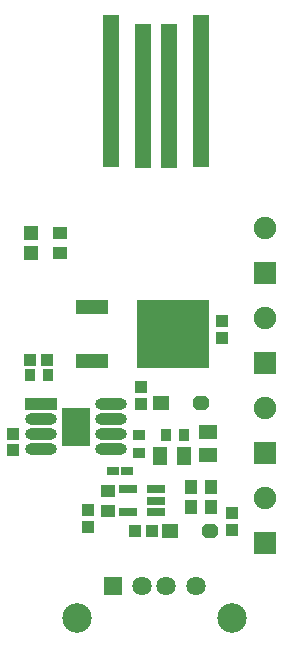
<source format=gbr>
%TF.GenerationSoftware,Altium Limited,Altium NEXUS,2.1.5 (53)*%
G04 Layer_Color=8388736*
%FSLAX44Y44*%
%MOMM*%
%TF.FileFunction,Soldermask,Top*%
%TF.Part,Single*%
G01*
G75*
%TA.AperFunction,ConnectorPad*%
%ADD43R,1.4732X12.9032*%
%ADD44R,1.4732X12.2032*%
%TA.AperFunction,SMDPad,CuDef*%
%ADD45R,1.2032X1.1032*%
%ADD46R,1.2032X1.3032*%
%ADD47R,1.4232X1.2032*%
G04:AMPARAMS|DCode=48|XSize=1.2032mm|YSize=1.4232mm|CornerRadius=0mm|HoleSize=0mm|Usage=FLASHONLY|Rotation=270.000|XOffset=0mm|YOffset=0mm|HoleType=Round|Shape=Octagon|*
%AMOCTAGOND48*
4,1,8,0.7116,0.3008,0.7116,-0.3008,0.4108,-0.6016,-0.4108,-0.6016,-0.7116,-0.3008,-0.7116,0.3008,-0.4108,0.6016,0.4108,0.6016,0.7116,0.3008,0.0*
%
%ADD48OCTAGOND48*%

%ADD49R,1.1032X1.0032*%
%ADD50R,1.0032X1.1032*%
%ADD51R,0.9032X1.1032*%
%ADD52R,2.7932X1.1532*%
%ADD53R,6.1432X5.8332*%
%ADD54O,2.7032X1.0032*%
%ADD55R,2.7032X1.0032*%
%ADD56R,2.4032X3.2032*%
%ADD57R,1.5732X0.7932*%
%ADD58R,1.1032X1.2032*%
%ADD59R,1.6032X1.2032*%
%ADD60R,1.2032X1.6032*%
%ADD61R,1.1032X0.9032*%
%ADD62R,1.0032X0.8032*%
%TA.AperFunction,ComponentPad*%
%ADD63C,2.5032*%
%ADD64C,1.6312*%
%ADD65R,1.6312X1.6312*%
%ADD66R,1.9032X1.9032*%
%ADD67C,1.9032*%
D43*
X97790Y546100D02*
D03*
X173990D02*
D03*
D44*
X146685Y542290D02*
D03*
X125095D02*
D03*
D45*
X54610Y426330D02*
D03*
Y409330D02*
D03*
X95250Y190890D02*
D03*
Y207890D02*
D03*
D46*
X30480Y426330D02*
D03*
Y409330D02*
D03*
D47*
X148289Y173990D02*
D03*
X140669Y281940D02*
D03*
D48*
X181911Y173990D02*
D03*
X174291Y281940D02*
D03*
D49*
X123190Y295290D02*
D03*
Y281290D02*
D03*
X15240Y241920D02*
D03*
Y255920D02*
D03*
X200660Y188610D02*
D03*
Y174610D02*
D03*
X78740Y177150D02*
D03*
Y191150D02*
D03*
X191770Y351170D02*
D03*
Y337170D02*
D03*
D50*
X118730Y173990D02*
D03*
X132730D02*
D03*
X29830Y318770D02*
D03*
X43830D02*
D03*
D51*
X159900Y255270D02*
D03*
X144900D02*
D03*
X29450Y306070D02*
D03*
X44450D02*
D03*
D52*
X81860Y317500D02*
D03*
Y363220D02*
D03*
D53*
X150360Y340360D02*
D03*
D54*
X98354Y243078D02*
D03*
Y255778D02*
D03*
Y268478D02*
D03*
Y281178D02*
D03*
X38354Y243078D02*
D03*
Y255778D02*
D03*
Y268478D02*
D03*
D55*
Y281178D02*
D03*
D56*
X68580Y261620D02*
D03*
D57*
X112710Y189890D02*
D03*
Y208890D02*
D03*
X136210D02*
D03*
Y199390D02*
D03*
Y189890D02*
D03*
D58*
X182490Y194310D02*
D03*
X165490D02*
D03*
X165490Y210820D02*
D03*
X182490D02*
D03*
D59*
X180340Y237650D02*
D03*
Y257650D02*
D03*
D60*
X159860Y237490D02*
D03*
X139860D02*
D03*
D61*
X121920Y255150D02*
D03*
Y240150D02*
D03*
D62*
X99410Y224790D02*
D03*
X111410D02*
D03*
D63*
X200320Y100230D02*
D03*
X68920D02*
D03*
D64*
X169620Y127330D02*
D03*
X144620D02*
D03*
X124620D02*
D03*
D65*
X99620D02*
D03*
D66*
X228600Y163830D02*
D03*
Y240030D02*
D03*
Y392430D02*
D03*
Y316230D02*
D03*
D67*
Y201930D02*
D03*
Y278130D02*
D03*
Y430530D02*
D03*
Y354330D02*
D03*
%TF.MD5,c989cb10f38ff7e1b9823c6aebf8b435*%
M02*

</source>
